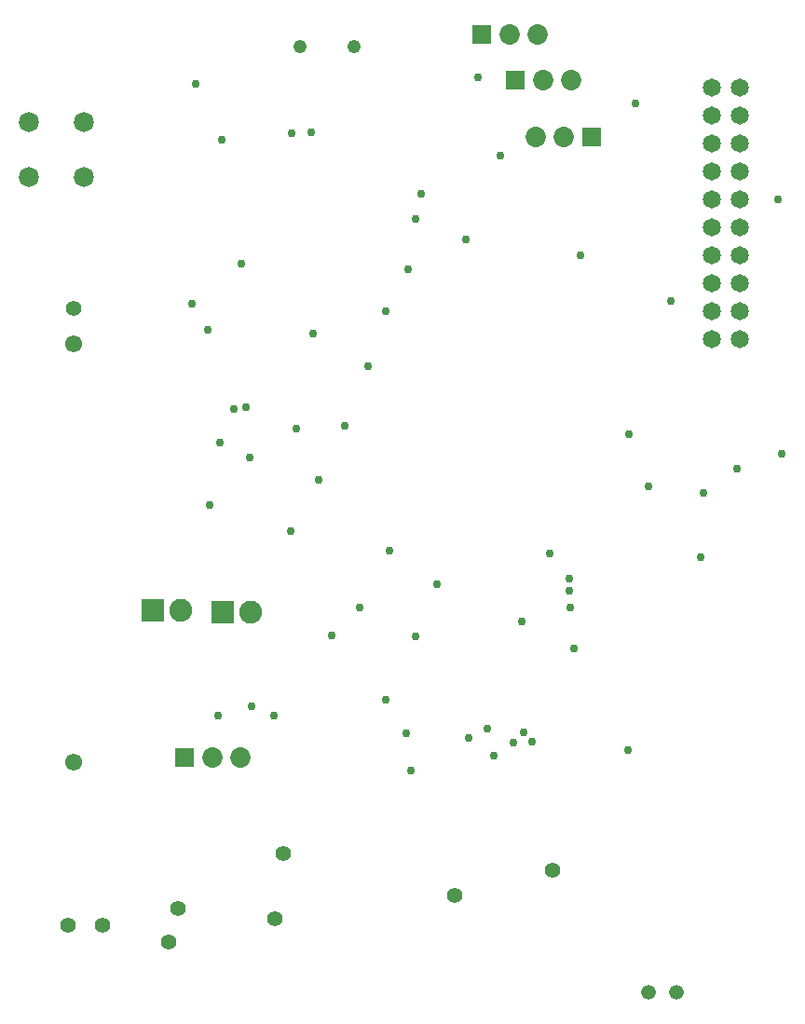
<source format=gbs>
G04*
G04 #@! TF.GenerationSoftware,Altium Limited,Altium Designer,18.1.9 (240)*
G04*
G04 Layer_Color=16711935*
%FSLAX25Y25*%
%MOIN*%
G70*
G01*
G75*
%ADD49R,0.07075X0.07075*%
%ADD50C,0.07291*%
%ADD51C,0.06500*%
%ADD52C,0.05224*%
%ADD53C,0.07193*%
%ADD54C,0.04831*%
%ADD55C,0.06110*%
%ADD56R,0.07933X0.07933*%
%ADD57C,0.08177*%
%ADD58C,0.03000*%
%ADD59C,0.05500*%
D49*
X179252Y223610D02*
D03*
X297500Y465665D02*
D03*
X325000Y445388D02*
D03*
X285368Y482205D02*
D03*
D50*
X189252Y223610D02*
D03*
X199252D02*
D03*
X307500Y465665D02*
D03*
X317500D02*
D03*
X305000Y445388D02*
D03*
X315000D02*
D03*
X305368Y482205D02*
D03*
X295368D02*
D03*
D51*
X367949Y373000D02*
D03*
X377949D02*
D03*
X367949Y383000D02*
D03*
X377949D02*
D03*
X367949Y393000D02*
D03*
X377949D02*
D03*
X367949Y403000D02*
D03*
X377949D02*
D03*
X367949Y413000D02*
D03*
X377949D02*
D03*
X367949Y423000D02*
D03*
X377949D02*
D03*
X367949Y433000D02*
D03*
X377949D02*
D03*
X367949Y443000D02*
D03*
X377949D02*
D03*
X367949Y453000D02*
D03*
X377949D02*
D03*
X367949Y463000D02*
D03*
X377949D02*
D03*
D52*
X345225Y139500D02*
D03*
X355225D02*
D03*
D53*
X143343Y431157D02*
D03*
Y450843D02*
D03*
X123657D02*
D03*
Y431157D02*
D03*
D54*
X220642Y477705D02*
D03*
X239854D02*
D03*
D55*
X139500Y221870D02*
D03*
Y371476D02*
D03*
D56*
X167925Y276000D02*
D03*
X193000Y275335D02*
D03*
D57*
X177925Y276000D02*
D03*
X203000Y275335D02*
D03*
D58*
X316949Y283233D02*
D03*
X317178Y276999D02*
D03*
X203278Y241727D02*
D03*
X201147Y348761D02*
D03*
X300678Y232595D02*
D03*
X287627Y233672D02*
D03*
X258678Y232294D02*
D03*
X260178Y218709D02*
D03*
X217078Y304595D02*
D03*
X227083Y322695D02*
D03*
X191793Y336095D02*
D03*
X196882Y348095D02*
D03*
X192678Y444465D02*
D03*
X241934Y277247D02*
D03*
X261855Y266708D02*
D03*
X299843Y272129D02*
D03*
X269662Y285384D02*
D03*
X338129Y339234D02*
D03*
X263803Y425206D02*
D03*
X284307Y466699D02*
D03*
X292224Y438706D02*
D03*
X353091Y386706D02*
D03*
X261807Y416206D02*
D03*
X279807Y408706D02*
D03*
X259303Y398206D02*
D03*
X321000Y403000D02*
D03*
X251071Y383000D02*
D03*
X391500Y423000D02*
D03*
X224434Y447194D02*
D03*
X199422Y400040D02*
D03*
X181890Y385733D02*
D03*
X217666Y446765D02*
D03*
X244745Y363375D02*
D03*
X225268Y375268D02*
D03*
X187500Y376500D02*
D03*
X183339Y464568D02*
D03*
X219220Y341091D02*
D03*
X188107Y313823D02*
D03*
X236520Y342323D02*
D03*
X340500Y457500D02*
D03*
X202695Y330829D02*
D03*
X393000Y332043D02*
D03*
X376725Y326963D02*
D03*
X345225Y320351D02*
D03*
X364949Y318131D02*
D03*
X303449Y229199D02*
D03*
X296868Y228914D02*
D03*
X363815Y295266D02*
D03*
X337949Y226199D02*
D03*
X280949Y230577D02*
D03*
X252497Y297629D02*
D03*
X318449Y262443D02*
D03*
X316949Y287504D02*
D03*
X310020Y296651D02*
D03*
X289949Y224135D02*
D03*
X251071Y244198D02*
D03*
X231919Y267000D02*
D03*
X211360Y238500D02*
D03*
X191156D02*
D03*
D59*
X214366Y189000D02*
D03*
X177000Y169500D02*
D03*
X173587Y157547D02*
D03*
X211500Y165787D02*
D03*
X310807Y183047D02*
D03*
X275874Y174000D02*
D03*
X139500Y384000D02*
D03*
X150000Y163547D02*
D03*
X137693D02*
D03*
M02*

</source>
